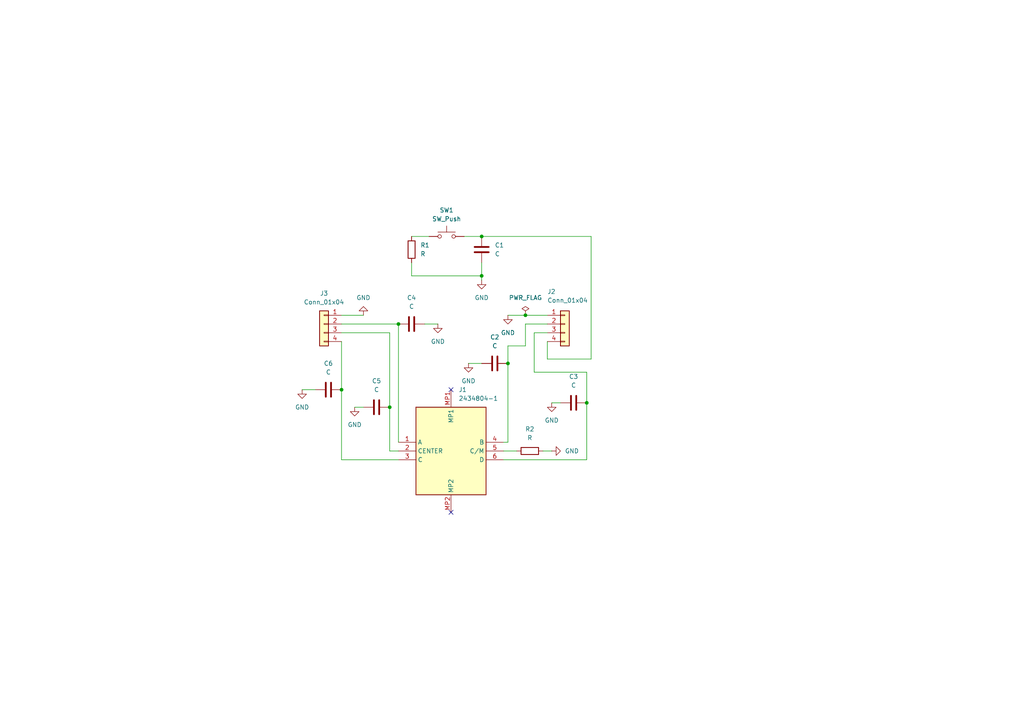
<source format=kicad_sch>
(kicad_sch (version 20231120) (generator "eeschema") (generator_version "8.0")
  (paper "A4")
  (lib_symbols
    (symbol "Connector_Generic:Conn_01x04" (pin_names (offset 1.016) hide)
      (property "Reference" "J" (at 0 5.08 0))
      (property "Value" "Conn_01x04" (at 0 -7.62 0))
      (symbol "Conn_01x04_1_1"
        (rectangle (start -1.27 -4.953) (end 0 -5.207) (stroke (width 0.1524)))
        (rectangle (start -1.27 -2.413) (end 0 -2.667) (stroke (width 0.1524)))
        (rectangle (start -1.27 0.127) (end 0 -0.127) (stroke (width 0.1524)))
        (rectangle (start -1.27 2.667) (end 0 2.413) (stroke (width 0.1524)))
        (rectangle (start -1.27 3.81) (end 1.27 -6.35) (stroke (width 0.254)) (fill (type background)))
        (pin passive line (at -5.08 2.54 0) (length 3.81) (name "Pin_1") (number "1"))
        (pin passive line (at -5.08 0 0) (length 3.81) (name "Pin_2") (number "2"))
        (pin passive line (at -5.08 -2.54 0) (length 3.81) (name "Pin_3") (number "3"))
        (pin passive line (at -5.08 -5.08 0) (length 3.81) (name "Pin_4") (number "4"))
      )
    )
    (symbol "Device:C" (pin_numbers hide) (pin_names (offset 0.254))
      (property "Reference" "C" (at 0.635 2.54 0))
      (property "Value" "C" (at 0.635 -2.54 0))
      (symbol "C_0_1"
        (polyline (pts (xy -2.032 -0.762) (xy 2.032 -0.762)) (stroke (width 0.508)))
        (polyline (pts (xy -2.032 0.762) (xy 2.032 0.762)) (stroke (width 0.508)))
      )
      (symbol "C_1_1"
        (pin passive line (at 0 3.81 270) (length 2.794) (name "~") (number "1"))
        (pin passive line (at 0 -3.81 90) (length 2.794) (name "~") (number "2"))
      )
    )
    (symbol "Device:R" (pin_numbers hide) (pin_names (offset 0))
      (property "Reference" "R" (at 2.032 0 90))
      (property "Value" "R" (at 0 0 90))
      (symbol "R_0_1"
        (rectangle (start -1.016 -2.54) (end 1.016 2.54) (stroke (width 0.254)))
      )
      (symbol "R_1_1"
        (pin passive line (at 0 3.81 270) (length 1.27) (name "~") (number "1"))
        (pin passive line (at 0 -3.81 90) (length 1.27) (name "~") (number "2"))
      )
    )
    (symbol "Project_Components:2434804-1"
      (property "Reference" "J" (at 26.67 15.24 0))
      (property "Value" "2434804-1" (at 26.67 12.7 0))
      (symbol "2434804-1_1_1"
        (rectangle (start 5.08 10.16) (end 25.4 -15.24) (stroke (width 0.254)) (fill (type background)))
        (pin passive line (at 0 0 0) (length 5.08) (name "A") (number "1"))
        (pin passive line (at 0 -2.54 0) (length 5.08) (name "CENTER") (number "2"))
        (pin passive line (at 0 -5.08 0) (length 5.08) (name "C") (number "3"))
        (pin passive line (at 30.48 0 180) (length 5.08) (name "B") (number "4"))
        (pin passive line (at 30.48 -2.54 180) (length 5.08) (name "C/M") (number "5"))
        (pin passive line (at 30.48 -5.08 180) (length 5.08) (name "D") (number "6"))
        (pin passive line (at 15.24 15.24 270) (length 5.08) (name "MP1") (number "MP1"))
        (pin passive line (at 15.24 -20.32 90) (length 5.08) (name "MP2") (number "MP2"))
      )
    )
    (symbol "Switch:SW_Push" (pin_numbers hide) (pin_names (offset 1.016) hide)
      (property "Reference" "SW" (at 1.27 2.54 0))
      (property "Value" "SW_Push" (at 0 -1.524 0))
      (symbol "SW_Push_0_1"
        (circle (center -2.032 0) (radius 0.508))
        (polyline (pts (xy 0 1.27) (xy 0 3.048)))
        (polyline (pts (xy 2.54 1.27) (xy -2.54 1.27)))
        (circle (center 2.032 0) (radius 0.508))
        (pin passive line (at -5.08 0 0) (length 2.54) (name "1") (number "1"))
        (pin passive line (at 5.08 0 180) (length 2.54) (name "2") (number "2"))
      )
    )
    (symbol "power:GND" (power) (pin_numbers hide) (pin_names (offset 0) hide)
      (property "Value" "GND" (at 0 -3.81 0))
      (symbol "GND_0_1"
        (polyline (pts (xy 0 0) (xy 0 -1.27) (xy 1.27 -1.27) (xy 0 -2.54) (xy -1.27 -1.27) (xy 0 -1.27)))
      )
      (symbol "GND_1_1"
        (pin power_in line (at 0 0 270) (length 0) (name "~") (number "1"))
      )
    )
    (symbol "power:PWR_FLAG" (power) (pin_numbers hide) (pin_names (offset 0) hide)
      (property "Value" "PWR_FLAG" (at 0 3.81 0))
      (symbol "PWR_FLAG_0_0"
        (pin power_out line (at 0 0 90) (length 0) (name "~") (number "1"))
      )
      (symbol "PWR_FLAG_0_1"
        (polyline (pts (xy 0 0) (xy 0 1.27) (xy -1.016 1.905) (xy 0 2.54) (xy 1.016 1.905) (xy 0 1.27)))
      )
    )
  )
  (junction (at 152.4 91.44))
  (junction (at 139.7 80.01))
  (junction (at 170.18 116.84))
  (junction (at 115.57 93.98))
  (junction (at 113.03 118.11))
  (junction (at 139.7 68.58))
  (junction (at 99.06 113.03))
  (junction (at 147.32 105.41))
  (no_connect (at 130.81 113.03))
  (no_connect (at 130.81 148.59))
  (wire (pts (xy 171.45 104.14) (xy 158.75 104.14)))
  (wire (pts (xy 119.38 80.01) (xy 139.7 80.01)))
  (wire (pts (xy 157.48 130.81) (xy 160.02 130.81)))
  (wire (pts (xy 113.03 96.52) (xy 99.06 96.52)))
  (wire (pts (xy 134.62 68.58) (xy 139.7 68.58)))
  (wire (pts (xy 160.02 116.84) (xy 162.56 116.84)))
  (wire (pts (xy 158.75 104.14) (xy 158.75 99.06)))
  (wire (pts (xy 152.4 91.44) (xy 158.75 91.44)))
  (wire (pts (xy 139.7 80.01) (xy 139.7 81.28)))
  (wire (pts (xy 170.18 107.95) (xy 154.94 107.95)))
  (wire (pts (xy 147.32 100.33) (xy 152.4 100.33)))
  (wire (pts (xy 171.45 68.58) (xy 171.45 104.14)))
  (wire (pts (xy 119.38 76.2) (xy 119.38 80.01)))
  (wire (pts (xy 146.05 128.27) (xy 147.32 128.27)))
  (wire (pts (xy 99.06 91.44) (xy 105.41 91.44)))
  (wire (pts (xy 87.63 113.03) (xy 91.44 113.03)))
  (wire (pts (xy 146.05 130.81) (xy 149.86 130.81)))
  (wire (pts (xy 139.7 76.2) (xy 139.7 80.01)))
  (wire (pts (xy 99.06 133.35) (xy 99.06 113.03)))
  (wire (pts (xy 99.06 113.03) (xy 99.06 99.06)))
  (wire (pts (xy 119.38 68.58) (xy 124.46 68.58)))
  (wire (pts (xy 147.32 91.44) (xy 152.4 91.44)))
  (wire (pts (xy 113.03 118.11) (xy 113.03 96.52)))
  (wire (pts (xy 170.18 133.35) (xy 170.18 116.84)))
  (wire (pts (xy 152.4 93.98) (xy 158.75 93.98)))
  (wire (pts (xy 152.4 100.33) (xy 152.4 93.98)))
  (wire (pts (xy 154.94 96.52) (xy 158.75 96.52)))
  (wire (pts (xy 115.57 130.81) (xy 113.03 130.81)))
  (wire (pts (xy 139.7 68.58) (xy 171.45 68.58)))
  (wire (pts (xy 146.05 133.35) (xy 170.18 133.35)))
  (wire (pts (xy 154.94 107.95) (xy 154.94 96.52)))
  (wire (pts (xy 147.32 128.27) (xy 147.32 105.41)))
  (wire (pts (xy 115.57 133.35) (xy 99.06 133.35)))
  (wire (pts (xy 123.19 93.98) (xy 127 93.98)))
  (wire (pts (xy 135.89 105.41) (xy 139.7 105.41)))
  (wire (pts (xy 147.32 105.41) (xy 147.32 100.33)))
  (wire (pts (xy 102.87 118.11) (xy 105.41 118.11)))
  (wire (pts (xy 115.57 93.98) (xy 99.06 93.98)))
  (wire (pts (xy 115.57 128.27) (xy 115.57 93.98)))
  (wire (pts (xy 170.18 116.84) (xy 170.18 107.95)))
  (wire (pts (xy 113.03 130.81) (xy 113.03 118.11)))
  (symbol (lib_id "power:GND") (at 87.63 113.03 0) (unit 1)
    (property "Reference" "#PWR09" (effects (hide yes)))
    (property "Value" "GND" (at 87.63 118.11 0))
    (property "Description" "Power symbol creates a global label with name \"GND\" , ground" (effects (hide yes)))
  )
  (symbol (lib_id "power:GND") (at 135.89 105.41 0) (unit 1)
    (property "Reference" "#PWR05" (effects (hide yes)))
    (property "Value" "GND" (at 135.89 110.49 0))
    (property "Description" "Power symbol creates a global label with name \"GND\" , ground" (effects (hide yes)))
  )
  (symbol (lib_id "Device:C") (at 109.22 118.11 90) (unit 1)
    (property "Reference" "C5" (at 109.22 110.49 90))
    (property "Value" "C" (at 109.22 113.03 90))
    (property "Footprint" "Capacitor_SMD:C_0402_1005Metric" (effects (hide yes)))
    (property "Description" "Unpolarized capacitor" (effects (hide yes)))
  )
  (symbol (lib_id "power:GND") (at 139.7 81.28 0) (unit 1)
    (property "Reference" "#PWR03" (effects (hide yes)))
    (property "Value" "GND" (at 139.7 86.36 0))
    (property "Description" "Power symbol creates a global label with name \"GND\" , ground" (effects (hide yes)))
  )
  (symbol (lib_id "power:GND") (at 102.87 118.11 0) (unit 1)
    (property "Reference" "#PWR08" (effects (hide yes)))
    (property "Value" "GND" (at 102.87 123.19 0))
    (property "Description" "Power symbol creates a global label with name \"GND\" , ground" (effects (hide yes)))
  )
  (symbol (lib_id "Device:C") (at 95.25 113.03 90) (unit 1)
    (property "Reference" "C6" (at 95.25 105.41 90))
    (property "Value" "C" (at 95.25 107.95 90))
    (property "Footprint" "Capacitor_SMD:C_0402_1005Metric" (effects (hide yes)))
    (property "Description" "Unpolarized capacitor" (effects (hide yes)))
  )
  (symbol (lib_id "power:PWR_FLAG") (at 152.4 91.44 0) (unit 1)
    (property "Reference" "#FLG01" (effects (hide yes)))
    (property "Value" "PWR_FLAG" (at 152.4 86.36 0))
    (property "Description" "Special symbol for telling ERC where power comes from" (effects (hide yes)))
  )
  (symbol (lib_id "Device:C") (at 143.51 105.41 90) (unit 1)
    (property "Reference" "C2" (at 143.51 97.79 90))
    (property "Value" "C" (at 143.51 100.33 90))
    (property "Footprint" "Capacitor_SMD:C_0402_1005Metric" (effects (hide yes)))
    (property "Description" "Unpolarized capacitor" (effects (hide yes)))
  )
  (symbol (lib_id "power:GND") (at 160.02 130.81 90) (unit 1)
    (property "Reference" "#PWR04" (effects (hide yes)))
    (property "Value" "GND" (at 163.83 130.8099 90) (effects (justify right)))
    (property "Description" "Power symbol creates a global label with name \"GND\" , ground" (effects (hide yes)))
  )
  (symbol (lib_id "Connector_Generic:Conn_01x04") (at 163.83 93.98 0) (unit 1)
    (property "Reference" "J2" (at 158.75 84.582 0) (effects (justify left)))
    (property "Value" "Conn_01x04" (at 158.75 87.122 0) (effects (justify left)))
    (property "Footprint" "Connector_PinHeader_2.54mm:PinHeader_1x04_P2.54mm_Vertical" (effects (hide yes)))
    (property "Description" "Generic connector, single row, 01x04, script generated (kicad-library-utils/schlib/autogen/connector/)" (effects (hide yes)))
  )
  (symbol (lib_id "power:GND") (at 160.02 116.84 0) (unit 1)
    (property "Reference" "#PWR06" (effects (hide yes)))
    (property "Value" "GND" (at 160.02 121.92 0))
    (property "Description" "Power symbol creates a global label with name \"GND\" , ground" (effects (hide yes)))
  )
  (symbol (lib_id "Device:R") (at 153.67 130.81 90) (unit 1)
    (property "Reference" "R2" (at 153.67 124.46 90))
    (property "Value" "R" (at 153.67 127 90))
    (property "Footprint" "Resistor_SMD:R_0402_1005Metric" (effects (hide yes)))
    (property "Description" "Resistor" (effects (hide yes)))
  )
  (symbol (lib_id "power:GND") (at 127 93.98 0) (unit 1)
    (property "Reference" "#PWR07" (effects (hide yes)))
    (property "Value" "GND" (at 127 99.06 0))
    (property "Description" "Power symbol creates a global label with name \"GND\" , ground" (effects (hide yes)))
  )
  (symbol (lib_id "Device:C") (at 166.37 116.84 90) (unit 1)
    (property "Reference" "C3" (at 166.37 109.22 90))
    (property "Value" "C" (at 166.37 111.76 90))
    (property "Footprint" "Capacitor_SMD:C_0402_1005Metric" (effects (hide yes)))
    (property "Description" "Unpolarized capacitor" (effects (hide yes)))
  )
  (symbol (lib_id "Project_Components:2434804-1") (at 115.57 128.27 0) (unit 1)
    (property "Reference" "J1" (at 133.0041 113.03 0) (effects (justify left)))
    (property "Value" "2434804-1" (at 133.0041 115.57 0) (effects (justify left)))
    (property "Footprint" "Project_Footprints:TE_24348041" (effects (hide yes)))
    (property "Datasheet" "https://www.te.com/commerce/DocumentDelivery/DDEController?Action=srchrtrv&DocNm=alcoswitch-tactile-switches&DocType=Data%20Sheet&DocLang=English&PartCntxt=2434804-1&DocFormat=pdf" (effects (hide yes)))
    (property "Description" "Body Features: Actuator Color Black | Actuator Force 8.46  12.7 OZ | Actuator Force 240  360 G | Case Color Black | Actuator Material PPA | Cover Material Stainless Steel | Actuator Profile Extended | Product Orientation Vertical | Case Material Stainless Steel | Configuration Features: Number of Actuators Single | Configuration (Pole-Throw) Single Pole - Five Throw | Switch Feedback Type Tactile | ESD Grounding Terminal Without | Ganged With | Support Bracket Without | Operating Function NO | Contact" (effects (hide yes)))
    (property "Height" "5.7" (effects (hide yes)))
    (property "Manufacturer_Name" "TE Connectivity" (effects (hide yes)))
    (property "Manufacturer_Part_Number" "2434804-1" (effects (hide yes)))
  )
  (symbol (lib_id "power:GND") (at 147.32 91.44 0) (unit 1)
    (property "Reference" "#PWR01" (effects (hide yes)))
    (property "Value" "GND" (at 147.32 96.52 0))
    (property "Description" "Power symbol creates a global label with name \"GND\" , ground" (effects (hide yes)))
  )
  (symbol (lib_id "Device:C") (at 139.7 72.39 0) (unit 1)
    (property "Reference" "C1" (at 143.51 71.1199 0) (effects (justify left)))
    (property "Value" "C" (at 143.51 73.6599 0) (effects (justify left)))
    (property "Footprint" "Capacitor_SMD:C_0402_1005Metric" (effects (hide yes)))
    (property "Description" "Unpolarized capacitor" (effects (hide yes)))
  )
  (symbol (lib_id "Switch:SW_Push") (at 129.54 68.58 0) (unit 1)
    (property "Reference" "SW1" (at 129.54 60.96 0))
    (property "Value" "SW_Push" (at 129.54 63.5 0))
    (property "Footprint" "Button_Switch_SMD:SW_SPST_PTS810" (effects (hide yes)))
    (property "Description" "Push button switch, generic, two pins" (effects (hide yes)))
  )
  (symbol (lib_id "Device:C") (at 119.38 93.98 90) (unit 1)
    (property "Reference" "C4" (at 119.38 86.36 90))
    (property "Value" "C" (at 119.38 88.9 90))
    (property "Footprint" "Capacitor_SMD:C_0402_1005Metric" (effects (hide yes)))
    (property "Description" "Unpolarized capacitor" (effects (hide yes)))
  )
  (symbol (lib_id "power:GND") (at 105.41 91.44 180) (unit 1)
    (property "Reference" "#PWR02" (effects (hide yes)))
    (property "Value" "GND" (at 105.41 86.36 0))
    (property "Description" "Power symbol creates a global label with name \"GND\" , ground" (effects (hide yes)))
  )
  (symbol (lib_id "Device:R") (at 119.38 72.39 0) (unit 1)
    (property "Reference" "R1" (at 121.92 71.1199 0) (effects (justify left)))
    (property "Value" "R" (at 121.92 73.6599 0) (effects (justify left)))
    (property "Footprint" "Resistor_SMD:R_0402_1005Metric" (effects (hide yes)))
    (property "Description" "Resistor" (effects (hide yes)))
  )
  (symbol (lib_id "Connector_Generic:Conn_01x04") (at 93.98 93.98 0) (mirror y) (unit 1)
    (property "Reference" "J3" (at 93.98 85.09 0))
    (property "Value" "Conn_01x04" (at 93.98 87.63 0))
    (property "Footprint" "Connector_PinHeader_2.54mm:PinHeader_1x04_P2.54mm_Vertical" (effects (hide yes)))
    (property "Description" "Generic connector, single row, 01x04, script generated (kicad-library-utils/schlib/autogen/connector/)" (effects (hide yes)))
  )
)
</source>
